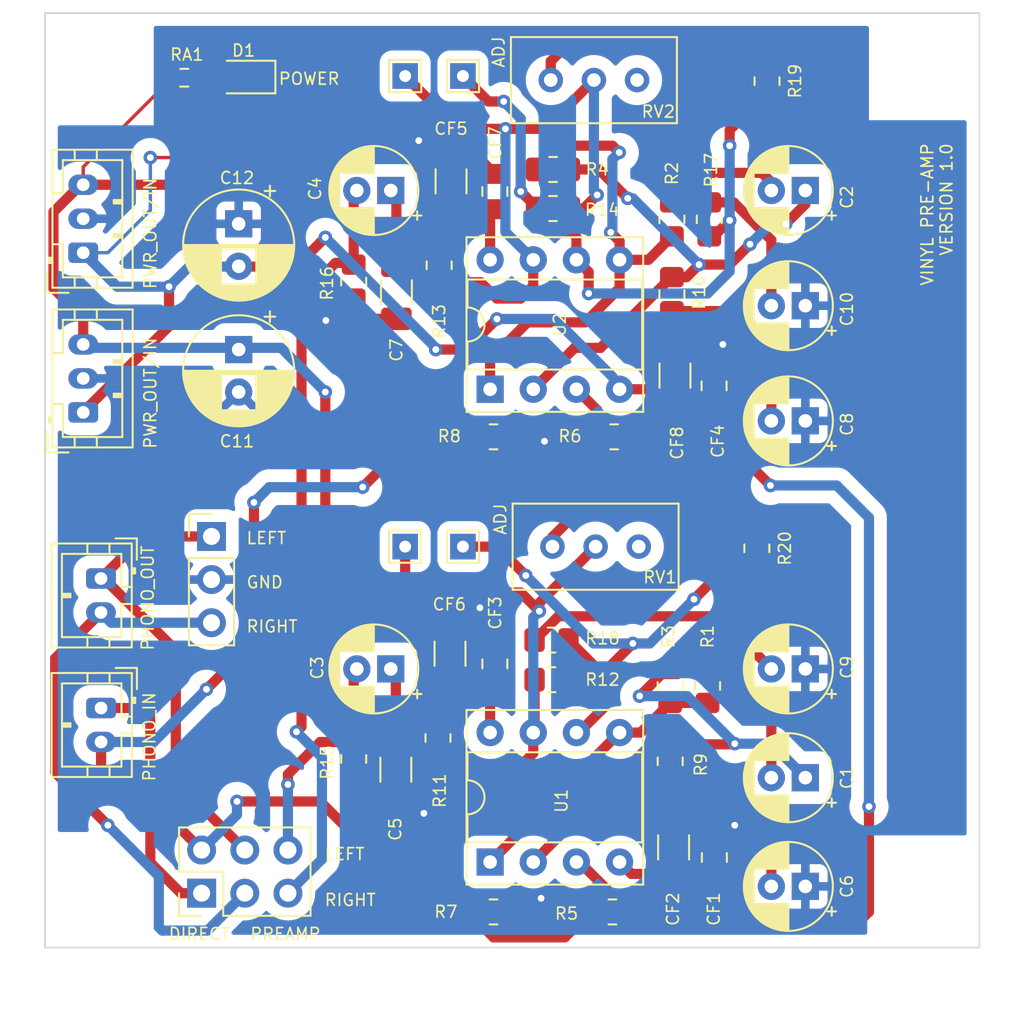
<source format=kicad_pcb>
(kicad_pcb (version 20211014) (generator pcbnew)
  (layers (0 "F.Cu" signal) (31 "B.Cu" signal) (34 "B.Paste" user) (35 "F.Paste" user) (36 "B.SilkS" user "B.Silkscreen") (37 "F.SilkS" user "F.Silkscreen") (38 "B.Mask" user) (39 "F.Mask" user) (44 "Edge.Cuts" user))
  (net 0 "")
  (net 1 "V-")
  (net 2 "V+")
  (net 3 "LEFTIN")
  (net 4 "RIGHTIN")
  (net 5 "Net-(C1-Pad2)")
  (net 6 "LEFTOUT")
  (net 7 "RIGHTOUT")
  (net 8 "Net-(C1-Pad1)")
  (net 9 "AGND")
  (net 10 "Net-(C3-Pad1)")
  (net 11 "Net-(R5-Pad2)")
  (net 12 "Net-(R11-Pad2)")
  (net 13 "Net-(D1-Pad2)")
  (net 14 "Net-(R1-Pad1)")
  (net 15 "Net-(R12-Pad2)")
  (net 17 "Net-(C2-Pad1)")
  (net 18 "Net-(C2-Pad2)")
  (net 19 "Net-(C4-Pad1)")
  (net 20 "Net-(C6-Pad2)")
  (net 21 "Net-(C8-Pad2)")
  (net 22 "Net-(C9-Pad2)")
  (net 23 "Net-(C10-Pad2)")
  (net 24 "Net-(R2-Pad1)")
  (net 25 "Net-(R6-Pad2)")
  (net 26 "Net-(R13-Pad2)")
  (net 27 "Net-(R14-Pad2)")
  (net 29 "LEFTAMP")
  (net 30 "RIGHTAMP")
  (net 31 "Net-(RV2-Pad3)")
  (net 32 "Net-(RV1-Pad3)")
  (footprint "Connector_JST:JST_PH_B3B-PH-K_1x03_P2.00mm_Vertical" (layer "F.Cu") (at 133.65 94.7 90)
    (fp_text reference "J1" hide)
    (fp_text value "Conn_01x03_Male")
  )
  (footprint "Resistor_SMD:R_0805_2012Metric_Pad1.20x1.40mm_HandSolder" (layer "F.Cu") (at 164.9 105.5375 180)
    (fp_text reference "R6")
    (fp_text value "2K2")
  )
  (footprint "Connector_JST:JST_PH_B2B-PH-K_1x02_P2.00mm_Vertical" (layer "F.Cu") (at 134.7 121.5 -90)
    (fp_text reference "J3" hide)
    (fp_text value "Conn_01x02_Male")
  )
  (footprint "MountingHole:MountingHole_3.2mm_M3" (layer "F.Cu") (at 183.9 133.1)
    (fp_text reference "H1" hide)
    (fp_text value "MountingHole")
  )
  (footprint "Resistor_SMD:R_0805_2012Metric_Pad1.20x1.40mm_HandSolder" (layer "F.Cu") (at 168.3 97.1375 90)
    (fp_text reference "R10")
    (fp_text value "4K7")
  )
  (footprint "Package_DIP:DIP-8_W7.62mm_Socket" (layer "F.Cu") (at 157.6 130.565124 90)
    (fp_text reference "U1")
    (fp_text value "OPA2134")
  )
  (footprint "Resistor_SMD:R_0805_2012Metric_Pad1.20x1.40mm_HandSolder" (layer "F.Cu") (at 154.6 95.4375 -90)
    (fp_text reference "R13")
    (fp_text value "750R")
  )
  (footprint "Capacitor_SMD:C_0805_2012Metric_Pad1.18x1.45mm_HandSolder" (layer "F.Cu") (at 157.877616 118.902624 -90)
    (fp_text reference "CF3")
    (fp_text value "0.1u")
  )
  (footprint "Resistor_SMD:R_0805_2012Metric_Pad1.20x1.40mm_HandSolder" (layer "F.Cu") (at 154.531414 123.265124 -90)
    (fp_text reference "R11")
    (fp_text value "750R")
  )
  (footprint "Capacitor_THT:CP_Radial_D5.0mm_P2.00mm" (layer "F.Cu") (at 151.755113 119.2 180)
    (fp_text reference "C3")
    (fp_text value "1U C0G")
  )
  (footprint "Resistor_SMD:R_0805_2012Metric_Pad1.20x1.40mm_HandSolder" (layer "F.Cu") (at 157.8 133.502624 180)
    (fp_text reference "R7")
    (fp_text value "47K")
  )
  (footprint "Resistor_SMD:R_0805_2012Metric_Pad1.20x1.40mm_HandSolder" (layer "F.Cu") (at 157.8 105.5375 180)
    (fp_text reference "R8")
    (fp_text value "47K")
  )
  (footprint "Connector_JST:JST_PH_B2B-PH-K_1x02_P2.00mm_Vertical" (layer "F.Cu") (at 134.695165 113.877039 -90)
    (fp_text reference "J6" hide)
    (fp_text value "Conn_01x02_Male")
  )
  (footprint "Resistor_SMD:R_0805_2012Metric_Pad1.20x1.40mm_HandSolder" (layer "F.Cu") (at 161.216424 119.832624)
    (fp_text reference "R12")
    (fp_text value "100K")
  )
  (footprint "Resistor_SMD:R_0603_1608Metric" (layer "F.Cu") (at 139.6 84.4 180)
    (fp_text reference "RA1")
    (fp_text value "5.1K")
  )
  (footprint "Capacitor_THT:CP_Radial_D6.3mm_P2.50mm" (layer "F.Cu") (at 142.8 93 -90)
    (fp_text reference "C12")
    (fp_text value "100U 16V")
  )
  (footprint "Capacitor_SMD:C_1206_3216Metric_Pad1.33x1.80mm_HandSolder" (layer "F.Cu") (at 152.085 97.03 90)
    (fp_text reference "C7")
    (fp_text value "0.1U C0G")
  )
  (footprint "Package_DIP:DIP-8_W7.62mm_Socket" (layer "F.Cu") (at 157.6 102.7375 90)
    (fp_text reference "U2")
    (fp_text value "OPA2134")
  )
  (footprint "MountingHole:MountingHole_3.2mm_M3" (layer "F.Cu") (at 133.9 133.1)
    (fp_text reference "H3" hide)
    (fp_text value "MountingHole")
  )
  (footprint "Resistor_SMD:R_0805_2012Metric_Pad1.20x1.40mm_HandSolder" (layer "F.Cu") (at 149.57 124.5 90)
    (fp_text reference "R15")
    (fp_text value "100K")
  )
  (footprint "TestPoint:TestPoint_THTPad_1.5x1.5mm_Drill0.7mm" (layer "F.Cu") (at 152.6 112)
    (fp_text reference "TP1" hide)
    (fp_text value "TestPoint")
  )
  (footprint "TestPoint:TestPoint_THTPad_1.5x1.5mm_Drill0.7mm" (layer "F.Cu") (at 156 112)
    (fp_text reference "TP4" hide)
    (fp_text value "TestPoint")
  )
  (footprint "Capacitor_SMD:C_1206_3216Metric_Pad1.33x1.80mm_HandSolder" (layer "F.Cu") (at 168.4 129.702624 -90)
    (fp_text reference "CF2")
    (fp_text value "10u")
  )
  (footprint "Resistor_SMD:R_0805_2012Metric_Pad1.20x1.40mm_HandSolder" (layer "F.Cu") (at 173.3 112.1 -90)
    (fp_text reference "R20")
    (fp_text value "2.7K")
  )
  (footprint "Resistor_SMD:R_0805_2012Metric_Pad1.20x1.40mm_HandSolder" (layer "F.Cu") (at 170.4 120.2 90)
    (fp_text reference "R1")
    (fp_text value "4K7")
  )
  (footprint "MountingHole:MountingHole_3.2mm_M3" (layer "F.Cu") (at 183.9 83.1)
    (fp_text reference "H4" hide)
    (fp_text value "MountingHole")
  )
  (footprint "Capacitor_SMD:C_0805_2012Metric_Pad1.18x1.45mm_HandSolder" (layer "F.Cu") (at 170.78151 102.5375 -90)
    (fp_text reference "CF4")
    (fp_text value "0.1u")
  )
  (footprint "Resistor_SMD:R_0805_2012Metric_Pad1.20x1.40mm_HandSolder" (layer "F.Cu") (at 164.8 133.502624)
    (fp_text reference "R5")
    (fp_text value "2K2")
  )
  (footprint "Resistor_SMD:R_0805_2012Metric_Pad1.20x1.40mm_HandSolder" (layer "F.Cu") (at 170.5 92.7375 -90)
    (fp_text reference "R17")
    (fp_text value "2K7")
  )
  (footprint "LED_SMD:LED_0805_2012Metric_Pad1.15x1.40mm_HandSolder" (layer "F.Cu") (at 143.1 84.36 180)
    (fp_text reference "D1")
    (fp_text value "YELLOW")
  )
  (footprint "Capacitor_SMD:C_1206_3216Metric_Pad1.33x1.80mm_HandSolder" (layer "F.Cu") (at 155.238808 118.302624 -90)
    (fp_text reference "CF6")
    (fp_text value "10u")
  )
  (footprint "Capacitor_SMD:C_0805_2012Metric_Pad1.18x1.45mm_HandSolder" (layer "F.Cu") (at 157.877616 91.1 -90)
    (fp_text reference "CF7")
    (fp_text value "0.1u")
  )
  (footprint "Capacitor_THT:CP_Radial_D5.0mm_P2.00mm" (layer "F.Cu") (at 151.755113 91.0375 180)
    (fp_text reference "C4")
    (fp_text value "1U C0G")
  )
  (footprint "Resistor_SMD:R_0805_2012Metric_Pad1.20x1.40mm_HandSolder" (layer "F.Cu") (at 168.3 92.7375 90)
    (fp_text reference "R2")
    (fp_text value "4K7")
  )
  (footprint "Connector_PinHeader_2.54mm:PinHeader_2x03_P2.54mm_Vertical" (layer "F.Cu") (at 140.62 132.4 90)
    (fp_text reference "J4" hide)
    (fp_text value "Conn_02x03_Odd_Even")
  )
  (footprint "Capacitor_THT:CP_Radial_D5.0mm_P2.00mm" (layer "F.Cu") (at 176.155113 91.0375 180)
    (fp_text reference "C2")
    (fp_text value "22U C0G")
  )
  (footprint "Capacitor_SMD:C_1206_3216Metric_Pad1.33x1.80mm_HandSolder" (layer "F.Cu") (at 152.050707 125.13 90)
    (fp_text reference "C5")
    (fp_text value "0.1U C0G")
  )
  (footprint "Connector_PinHeader_2.54mm:PinHeader_1x03_P2.54mm_Vertical" (layer "F.Cu") (at 141.2 111.4)
    (fp_text reference "J5" hide)
    (fp_text value "Conn_01x03_Male")
  )
  (footprint "TestPoint:TestPoint_THTPad_1.5x1.5mm_Drill0.7mm" (layer "F.Cu") (at 156 84.3)
    (fp_text reference "TP3" hide)
    (fp_text value "TestPoint")
  )
  (footprint "MountingHole:MountingHole_3.2mm_M3" (layer "F.Cu") (at 133.9 83.1)
    (fp_text reference "H2" hide)
    (fp_text value "MountingHole")
  )
  (footprint "Potentiometer_THT:Potentiometer_Bourns_3296W_Vertical" (layer "F.Cu") (at 166.25 84.5375)
    (fp_text reference "RV2")
    (fp_text value "50K")
  )
  (footprint "Capacitor_SMD:C_1206_3216Metric_Pad1.33x1.80mm_HandSolder" (layer "F.Cu") (at 155.3 90.5 -90)
    (fp_text reference "CF5")
    (fp_text value "10u")
  )
  (footprint "Resistor_SMD:R_0805_2012Metric_Pad1.20x1.40mm_HandSolder" (layer "F.Cu") (at 173.9 84.6 -90)
    (fp_text reference "R19")
    (fp_text value "2.7K")
  )
  (footprint "Resistor_SMD:R_0805_2012Metric_Pad1.20x1.40mm_HandSolder" (layer "F.Cu") (at 161.3 92.1 180)
    (fp_text reference "R14")
    (fp_text value "100K")
  )
  (footprint "Capacitor_THT:CP_Radial_D5.0mm_P2.00mm" (layer "F.Cu") (at 176.155113 119.2 180)
    (fp_text reference "C9")
    (fp_text value "22U C0G")
  )
  (footprint "Capacitor_THT:CP_Radial_D5.0mm_P2.00mm" (layer "F.Cu") (at 176.155113 132 180)
    (fp_text reference "C6")
    (fp_text value "22U")
  )
  (footprint "Resistor_SMD:R_0805_2012Metric_Pad1.20x1.40mm_HandSolder" (layer "F.Cu") (at 149.57 96.4 90)
    (fp_text reference "R16")
    (fp_text value "100K")
  )
  (footprint "Capacitor_SMD:C_0805_2012Metric_Pad1.18x1.45mm_HandSolder" (layer "F.Cu") (at 170.8 130.3 -90)
    (fp_text reference "CF1")
    (fp_text value "0.1u")
  )
  (footprint "Capacitor_THT:CP_Radial_D5.0mm_P2.00mm" (layer "F.Cu") (at 176.155113 125.6 180)
    (fp_text reference "C1")
    (fp_text value "22U C0G")
  )
  (footprint "TestPoint:TestPoint_THTPad_1.5x1.5mm_Drill0.7mm" (layer "F.Cu") (at 152.6 84.3)
    (fp_text reference "TP2" hide)
    (fp_text value "TestPoint")
  )
  (footprint "Resistor_SMD:R_0805_2012Metric_Pad1.20x1.40mm_HandSolder" (layer "F.Cu") (at 161.216424 117.5)
    (fp_text reference "R18")
    (fp_text value "2K7")
  )
  (footprint "Resistor_SMD:R_0805_2012Metric_Pad1.20x1.40mm_HandSolder" (layer "F.Cu") (at 161.3 89.8 180)
    (fp_text reference "R4")
    (fp_text value "180K")
  )
  (footprint "Capacitor_THT:CP_Radial_D5.0mm_P2.00mm" (layer "F.Cu") (at 176.155113 104.6 180)
    (fp_text reference "C8")
    (fp_text value "22U")
  )
  (footprint "Capacitor_THT:CP_Radial_D5.0mm_P2.00mm" (layer "F.Cu") (at 176.155113 97.81875 180)
    (fp_text reference "C10")
    (fp_text value "22U C0G")
  )
  (footprint "Potentiometer_THT:Potentiometer_Bourns_3296W_Vertical" (layer "F.Cu") (at 166.35 112)
    (fp_text reference "RV1")
    (fp_text value "50K")
  )
  (footprint "Capacitor_THT:CP_Radial_D6.3mm_P2.50mm" (layer "F.Cu") (at 142.8 100.4 -90)
    (fp_text reference "C11")
    (fp_text value "100U 16V")
  )
  (footprint "Capacitor_SMD:C_1206_3216Metric_Pad1.33x1.80mm_HandSolder" (layer "F.Cu") (at 168.48151 101.9375 -90)
    (fp_text reference "CF8")
    (fp_text value "10u")
  )
  (footprint "Resistor_SMD:R_0805_2012Metric_Pad1.20x1.40mm_HandSolder" (layer "F.Cu") (at 168.2 120.202624 -90)
    (fp_text reference "R3")
    (fp_text value "180K")
  )
  (footprint "Connector_JST:JST_PH_B3B-PH-K_1x03_P2.00mm_Vertical" (layer "F.Cu") (at 133.65 104.1 90)
    (fp_text reference "J2" hide)
    (fp_text value "Conn_01x03_Male")
  )
  (footprint "Resistor_SMD:R_0805_2012Metric_Pad1.20x1.40mm_HandSolder" (layer "F.Cu") (at 168.2 124.637624 90)
    (fp_text reference "R9")
    (fp_text value "4K7")
  )
  (gr_line (start 186.4 135.6) (end 186.4 80.6) (layer "Edge.Cuts") (width 0.1))
  (gr_line (start 186.4 80.6) (end 131.4 80.6) (layer "Edge.Cuts") (width 0.1))
  (gr_line (start 131.4 80.6) (end 131.4 135.6) (layer "Edge.Cuts") (width 0.1))
  (gr_line (start 131.4 135.6) (end 186.4 135.6) (layer "Edge.Cuts") (width 0.1))
  (gr_text "PHONO_IN" (at 137.545165 125.877039 90) (layer "F.SilkS") (effects (font (size 0.7 0.7) (thickness 0.1)) (justify left)))
  (gr_text "GND\n" (at 143.2 114.1) (layer "F.SilkS") (effects (font (size 0.7 0.7) (thickness 0.1)) (justify left)))
  (gr_text "LEFT" (at 147.8 130.1) (layer "F.SilkS") (effects (font (size 0.7 0.7) (thickness 0.1)) (justify left)))
  (gr_text "PHONO_OUT" (at 137.445165 118.177039 90) (layer "F.SilkS") (effects (font (size 0.7 0.7) (thickness 0.1)) (justify left)))
  (gr_text "DIRECT" (at 138.62 134.8) (layer "F.SilkS") (effects (font (size 0.7 0.7) (thickness 0.1)) (justify left)))
  (gr_text "PWR_OUT/IN" (at 137.6 106.3 90) (layer "F.SilkS") (effects (font (size 0.7 0.7) (thickness 0.1)) (justify left)))
  (gr_text "VINYL PRE-AMP\nVERSION 1.0" (at 183.9 88.2 90) (layer "F.SilkS") (effects (font (size 0.7 0.7) (thickness 0.1)) (justify right)))
  (gr_text "POWER" (at 145.1 84.46) (layer "F.SilkS") (effects (font (size 0.7 0.7) (thickness 0.1)) (justify left)))
  (gr_text "PWR_OUT/IN" (at 137.6 96.9 90) (layer "F.SilkS") (effects (font (size 0.7 0.7) (thickness 0.1)) (justify left)))
  (gr_text "ADJ" (at 158.2 109.4 90) (layer "F.SilkS") (effects (font (size 0.7 0.7) (thickness 0.1)) (justify right)))
  (gr_text "PREAMP" (at 143.42 134.8) (layer "F.SilkS") (effects (font (size 0.7 0.7) (thickness 0.1)) (justify left)))
  (gr_text "ADJ" (at 158.1 81.9 90) (layer "F.SilkS") (effects (font (size 0.7 0.7) (thickness 0.1)) (justify right)))
  (gr_text "RIGHT" (at 143.2 116.7) (layer "F.SilkS") (effects (font (size 0.7 0.7) (thickness 0.1)) (justify left)))
  (gr_text "RIGHT" (at 147.8 132.8) (layer "F.SilkS") (effects (font (size 0.7 0.7) (thickness 0.1)) (justify left)))
  (gr_text "LEFT" (at 143.2 111.5) (layer "F.SilkS") (effects (font (size 0.7 0.7) (thickness 0.1)) (justify left)))
  (segment (start 168.4 131.265124) (end 165.92 131.265124) (width 0.6) (layer "F.Cu") (net 1))
  (segment (start 165.92 131.265124) (end 165.22 130.565124) (width 0.6) (layer "F.Cu") (net 1))
  (segment (start 139.385 89.1) (end 137.6 89.1) (width 0.2) (layer "F.Cu") (net 1))
  (segment (start 146.182379 95.517621) (end 147.9 93.8) (width 0.6) (layer "F.Cu") (net 1))
  (segment (start 142.8 95.517621) (end 146.182379 95.517621) (width 0.6) (layer "F.Cu") (net 1))
  (segment (start 170.78151 105.08151) (end 170.78151 103.575) (width 0.6) (layer "F.Cu") (net 1))
  (segment (start 174.1 108.4) (end 170.78151 105.08151) (width 0.6) (layer "F.Cu") (net 1))
  (segment (start 179.1 134.3) (end 179.3 134.1) (width 0.6) (layer "F.Cu") (net 1))
  (segment (start 167.71901 102.7375) (end 168.48151 103.5) (width 0.6) (layer "F.Cu") (net 1))
  (segment (start 170.78151 103.575) (end 168.55651 103.575) (width 0.6) (layer "F.Cu") (net 1))
  (segment (start 165.22 102.7375) (end 167.71901 102.7375) (width 0.6) (layer "F.Cu") (net 1))
  (segment (start 154.4 100.4) (end 156.2 100.4) (width 0.6) (layer "F.Cu") (net 1))
  (segment (start 138.7 99.027914) (end 138.7 96.7) (width 0.6) (layer "F.Cu") (net 1))
  (segment (start 173.1 134.3) (end 179.1 134.3) (width 0.6) (layer "F.Cu") (net 1))
  (segment (start 170.8 131.3375) (end 168.472376 131.3375) (width 0.6) (layer "F.Cu") (net 1))
  (segment (start 179.9 133.5) (end 179.9 127.3) (width 0.6) (layer "F.Cu") (net 1))
  (segment (start 170.8 132) (end 173.1 134.3) (width 0.6) (layer "F.Cu") (net 1))
  (segment (start 179.3 134.1) (end 179.9 133.5) (width 0.6) (layer "F.Cu") (net 1))
  (segment (start 170.8 131.3375) (end 170.8 132) (width 0.6) (layer "F.Cu") (net 1))
  (segment (start 144.125 84.36) (end 139.385 89.1) (width 0.2) (layer "F.Cu") (net 1))
  (segment (start 133.65 104.077914) (end 138.7 99.027914) (width 0.6) (layer "F.Cu") (net 1))
  (segment (start 156.2 100.4) (end 158 98.6) (width 0.6) (layer "F.Cu") (net 1))
  (via (at 138.7 96.7) (size 0.8) (drill 0.4) (layers "F.Cu" "B.Cu") (net 1))
  (via (at 174.1 108.4) (size 0.8) (drill 0.4) (layers "F.Cu" "B.Cu") (net 1))
  (via (at 154.4 100.4) (size 0.8) (drill 0.4) (layers "F.Cu" "B.Cu") (net 1))
  (via (at 137.6 89.1) (size 0.8) (drill 0.4) (layers "F.Cu" "B.Cu") (net 1))
  (via (at 179.9 127.3) (size 0.8) (drill 0.4) (layers "F.Cu" "B.Cu") (net 1))
  (via (at 158 98.6) (size 0.8) (drill 0.4) (layers "F.Cu" "B.Cu") (net 1))
  (via (at 147.9 93.8) (size 0.8) (drill 0.4) (layers "F.Cu" "B.Cu") (net 1))
  (segment (start 133.65 94.7) (end 135.1 94.7) (width 0.2) (layer "B.Cu") (net 1))
  (segment (start 158 98.6) (end 161.4 98.6) (width 0.6) (layer "B.Cu") (net 1))
  (segment (start 135.65 96.7) (end 138.7 96.7) (width 0.6) (layer "B.Cu") (net 1))
  (segment (start 178 108.4) (end 174.1 108.4) (width 0.6) (layer "B.Cu") (net 1))
  (segment (start 142.8 95.517621) (end 139.882379 95.517621) (width 0.6) (layer "B.Cu") (net 1))
  (segment (start 135.1 94.7) (end 137.6 92.2) (width 0.2) (layer "B.Cu") (net 1))
  (segment (start 133.65 94.7) (end 135.65 96.7) (width 0.6) (layer "B.Cu") (net 1))
  (segment (start 137.6 92.2) (end 137.6 89.1) (width 0.2) (layer "B.Cu") (net 1))
  (segment (start 139.882379 95.517621) (end 138.7 96.7) (width 0.6) (layer "B.Cu") (net 1))
  (segment (start 179.9 110.3) (end 178 108.4) (width 0.6) (layer "B.Cu") (net 1))
  (segment (start 154.4 100.3) (end 154.4 100.4) (width 0.6) (layer "B.Cu") (net 1))
  (segment (start 147.9 93.8) (end 154.4 100.3) (width 0.6) (layer "B.Cu") (net 1))
  (segment (start 179.9 127.3) (end 179.9 110.3) (width 0.6) (layer "B.Cu") (net 1))
  (segment (start 161.4 98.6) (end 164.8 102) (width 0.6) (layer "B.Cu") (net 1))
  (segment (start 131.9 96.8) (end 131.9 92.3) (width 0.6) (layer "F.Cu") (net 2))
  (segment (start 141 88.4) (end 138.7 90.7) (width 0.6) (layer "F.Cu") (net 2))
  (segment (start 133.65 89.65) (end 133.65 90.7) (width 0.2) (layer "F.Cu") (net 2))
  (segment (start 157.6 122.945124) (end 157.6 120.21774) (width 0.6) (layer "F.Cu") (net 2))
  (segment (start 148.7 113.1) (end 148.6 113.1) (width 0.6) (layer "F.Cu") (net 2))
  (segment (start 131.9 92.3) (end 133.5 90.7) (width 0.6) (layer "F.Cu") (net 2))
  (segment (start 133.65 98.55) (end 131.9 96.8) (width 0.6) (layer "F.Cu") (net 2))
  (segment (start 148.6 113.1) (end 147.9 112.4) (width 0.6) (layer "F.Cu") (net 2))
  (segment (start 138.775 84.525) (end 133.65 89.65) (width 0.2) (layer "F.Cu") (net 2))
  (segment (start 157.6 95.1175) (end 157.6 92.415116) (width 0.6) (layer "F.Cu") (net 2))
  (segment (start 152.1 88.4) (end 141 88.4) (width 0.6) (layer "F.Cu") (net 2))
  (segment (start 157.877616 119.940124) (end 155.313808 119.940124) (width 0.6) (layer "F.Cu") (net 2))
  (segment (start 155.3 92.0625) (end 155.3 91.6) (width 0.6) (layer "F.Cu") (net 2))
  (segment (start 155.238808 119.638808) (end 148.7 113.1) (width 0.6) (layer "F.Cu") (net 2))
  (segment (start 147.9 112.4) (end 147.9 102.9) (width 0.6) (layer "F.Cu") (net 2))
  (segment (start 138.7 90.7) (end 133.65 90.7) (width 0.6) (layer "F.Cu") (net 2))
  (segment (start 157.877616 92.1375) (end 155.375 92.1375) (width 0.6) (layer "F.Cu") (net 2))
  (segment (start 133.65 100.1) (end 133.65 98.55) (width 0.6) (layer "F.Cu") (net 2))
  (segment (start 155.3 91.6) (end 152.1 88.4) (width 0.6) (layer "F.Cu") (net 2))
  (via (at 147.9 102.9) (size 0.8) (drill 0.4) (layers "F.Cu" "B.Cu") (net 2))
  (segment (start 142.8 100.3) (end 133.85 100.3) (width 0.6) (layer "B.Cu") (net 2))
  (segment (start 145.3 100.3) (end 142.8 100.3) (width 0.6) (layer "B.Cu") (net 2))
  (segment (start 147.9 102.9) (end 145.3 100.3) (width 0.6) (layer "B.Cu") (net 2))
  (segment (start 156.8 133.502624) (end 154.102624 133.502624) (width 0.6) (layer "F.Cu") (net 3))
  (segment (start 147.6 127) (end 142.7 127) (width 0.6) (layer "F.Cu") (net 3))
  (segment (start 140.62 129.86) (end 137.6 126.84) (width 0.6) (layer "F.Cu") (net 3))
  (segment (start 163.497376 133.502624) (end 163.8 133.502624) (width 0.6) (layer "F.Cu") (net 3))
  (segment (start 156.8 134) (end 157.8 135) (width 0.6) (layer "F.Cu") (net 3))
  (segment (start 137.6 126.84) (end 137.6 122.1) (width 0.6) (layer "F.Cu") (net 3))
  (segment (start 162 135) (end 163.497376 133.502624) (width 0.6) (layer "F.Cu") (net 3))
  (segment (start 156.8 133.502624) (end 156.8 134) (width 0.6) (layer "F.Cu") (net 3))
  (segment (start 157.8 135) (end 162 135) (width 0.6) (layer "F.Cu") (net 3))
  (segment (start 137.6 122.1) (end 137 121.5) (width 0.6) (layer "F.Cu") (net 3))
  (segment (start 154.102624 133.502624) (end 147.6 127) (width 0.6) (layer "F.Cu") (net 3))
  (segment (start 137 121.5) (end 134.7 121.5) (width 0.6) (layer "F.Cu") (net 3))
  (via (at 142.7 127) (size 0.8) (drill 0.4) (layers "F.Cu" "B.Cu") (net 3))
  (segment (start 142.7 127.78) (end 142.7 127) (width 0.6) (layer "B.Cu") (net 3))
  (segment (start 140.62 129.86) (end 142.7 127.78) (width 0.6) (layer "B.Cu") (net 3))
  (segment (start 137.6 130.6) (end 137.6 128.2) (width 0.6) (layer "F.Cu") (net 4))
  (segment (start 140.9 120.4) (end 143.7 117.6) (width 0.6) (layer "F.Cu") (net 4))
  (segment (start 158.5 107.1) (end 164.3 107.1) (width 0.6) (layer "F.Cu") (net 4))
  (segment (start 150.1 108.5) (end 153.0625 105.5375) (width 0.6) (layer "F.Cu") (net 4))
  (segment (start 137.6 128.2) (end 134.7 125.3) (width 0.6) (layer "F.Cu") (net 4))
  (segment (start 139.4 132.4) (end 137.6 130.6) (width 0.6) (layer "F.Cu") (net 4))
  (segment (start 134.7 125.3) (end 134.7 123.5) (width 0.6) (layer "F.Cu") (net 4))
  (segment (start 164.3 107.1) (end 165.8625 105.5375) (width 0.6) (layer "F.Cu") (net 4))
  (segment (start 153.0625 105.5375) (end 156.8 105.5375) (width 0.6) (layer "F.Cu") (net 4))
  (segment (start 143.7 117.6) (end 143.7 109.4) (width 0.6) (layer "F.Cu") (net 4))
  (segment (start 140.62 132.4) (end 139.4 132.4) (width 0.6) (layer "F.Cu") (net 4))
  (segment (start 156.9375 105.5375) (end 158.5 107.1) (width 0.6) (layer "F.Cu") (net 4))
  (via (at 140.9 120.4) (size 0.8) (drill 0.4) (layers "F.Cu" "B.Cu") (net 4))
  (via (at 143.7 109.4) (size 0.8) (drill 0.4) (layers "F.Cu" "B.Cu") (net 4))
  (via (at 150.1 108.5) (size 0.8) (drill 0.4) (layers "F.Cu" "B.Cu") (net 4))
  (segment (start 150.1 108.5) (end 144.6 108.5) (width 0.6) (layer "B.Cu") (net 4))
  (segment (start 144.6 108.5) (end 143.7 109.4) (width 0.6) (layer "B.Cu") (net 4))
  (segment (start 137.8 123.5) (end 140.9 120.4) (width 0.6) (layer "B.Cu") (net 4))
  (segment (start 134.7 123.5) (end 137.8 123.5) (width 0.6) (layer "B.Cu") (net 4))
  (segment (start 170.4 119.2) (end 171.6 119.2) (width 0.6) (layer "F.Cu") (net 5))
  (segment (start 171.6 119.2) (end 174.155113 121.755113) (width 0.6) (layer "F.Cu") (net 5))
  (segment (start 174.155113 121.755113) (end 174.155113 125.6) (width 0.6) (layer "F.Cu") (net 5))
  (segment (start 141.2 111.4) (end 137.172204 111.4) (width 0.6) (layer "F.Cu") (net 6))
  (segment (start 139.1 125.8) (end 139.1 118.1) (width 0.6) (layer "F.Cu") (net 6))
  (segment (start 143.16 129.86) (end 139.1 125.8) (width 0.6) (layer "F.Cu") (net 6))
  (segment (start 139.1 118.1) (end 134.877039 113.877039) (width 0.6) (layer "F.Cu") (net 6))
  (segment (start 137.172204 111.4) (end 134.695165 113.877039) (width 0.6) (layer "F.Cu") (net 6))
  (segment (start 132 118.572204) (end 132 125.3) (width 0.6) (layer "F.Cu") (net 7))
  (segment (start 134.695165 115.877039) (end 132 118.572204) (width 0.6) (layer "F.Cu") (net 7))
  (segment (start 132 125.3) (end 135.1 128.4) (width 0.6) (layer "F.Cu") (net 7))
  (via (at 135.1 128.4) (size 0.8) (drill 0.4) (layers "F.Cu" "B.Cu") (net 7))
  (segment (start 140.96 134.6) (end 138.3 134.6) (width 0.6) (layer "B.Cu") (net 7))
  (segment (start 138.1 131.4) (end 135.1 128.4) (width 0.6) (layer "B.Cu") (net 7))
  (segment (start 138.1 134.4) (end 138.1 131.4) (width 0.6) (layer "B.Cu") (net 7))
  (segment (start 143.16 132.4) (end 140.96 134.6) (width 0.6) (layer "B.Cu") (net 7))
  (segment (start 135.298126 116.48) (end 134.695165 115.877039) (width 0.6) (layer "B.Cu") (net 7))
  (segment (start 138.3 134.6) (end 138.1 134.4) (width 0.6) (layer "B.Cu") (net 7))
  (segment (start 141.2 116.48) (end 135.298126 116.48) (width 0.6) (layer "B.Cu") (net 7))
  (segment (start 167.997376 119.202624) (end 166.4 120.8) (width 0.6) (layer "F.Cu") (net 8))
  (segment (start 171.962376 123.637624) (end 172 123.6) (width 0.6) (layer "F.Cu") (net 8))
  (segment (start 167.0675 123.637624) (end 168.2 123.637624) (width 0.6) (layer "F.Cu") (net 8))
  (segment (start 160.14 130.565124) (end 167.0675 123.637624) (width 0.6) (layer "F.Cu") (net 8))
  (segment (start 168.2 123.637624) (end 171.962376 123.637624) (width 0.6) (layer "F.Cu") (net 8))
  (via (at 172 123.6) (size 0.8) (drill 0.4) (layers "F.Cu" "B.Cu") (net 8))
  (via (at 166.4 120.8) (size 0.8) (drill 0.4) (layers "F.Cu" "B.Cu") (net 8))
  (segment (start 174.155113 123.6) (end 176.155113 125.6) (width 0.6) (layer "B.Cu") (net 8))
  (segment (start 172 123.6) (end 174.155113 123.6) (width 0.6) (layer "B.Cu") (net 8))
  (segment (start 166.4 120.8) (end 169.2 120.8) (width 0.6) (layer "B.Cu") (net 8))
  (segment (start 169.2 120.8) (end 172 123.6) (width 0.6) (layer "B.Cu") (net 8))
  (segment (start 170.78151 100.61849) (end 171.3 100.1) (width 0.6) (layer "F.Cu") (net 9))
  (segment (start 158.8 105.5375) (end 160.5375 105.5375) (width 0.6) (layer "F.Cu") (net 9))
  (segment (start 149.220824 97.4) (end 147.93144 98.689384) (width 0.6) (layer "F.Cu") (net 9))
  (segment (start 152.085 98.5925) (end 150.7625 98.5925) (width 0.6) (layer "F.Cu") (net 9))
  (segment (start 152.050707 126.6925) (end 152.6925 126.6925) (width 0.6) (layer "F.Cu") (net 9))
  (segment (start 156.2 116.4) (end 157 115.6) (width 0.6) (layer "F.Cu") (net 9))
  (segment (start 171.1375 129.2625) (end 172 128.4) (width 0.6) (layer "F.Cu") (net 9))
  (segment (start 152.050707 126.6925) (end 150.7625 126.6925) (width 0.6) (layer "F.Cu") (net 9))
  (segment (start 158.8 133.502624) (end 159.797376 133.502624) (width 0.6) (layer "F.Cu") (net 9))
  (segment (start 157.877616 117.865124) (end 156.363808 117.865124) (width 0.6) (layer "F.Cu") (net 9))
  (segment (start 170.78151 101.5) (end 170.78151 100.61849) (width 0.6) (layer "F.Cu") (net 9))
  (segment (start 160.5375 105.5375) (end 160.8 105.8) (width 0.6) (layer "F.Cu") (net 9))
  (segment (start 169.60651 101.5) (end 168.48151 100.375) (width 0.6) (layer "F.Cu") (net 9))
  (segment (start 155.578932 116.4) (end 156.2 116.4) (width 0.6) (layer "F.Cu") (net 9))
  (segment (start 150.7625 126.6925) (end 149.57 125.5) (width 0.6) (layer "F.Cu") (net 9))
  (segment (start 155.5 88.9375) (end 154.2375 88.9375) (width 0.6) (layer "F.Cu") (net 9))
  (segment (start 156.363808 117.865124) (end 155.238808 116.740124) (width 0.6) (layer "F.Cu") (net 9))
  (segment (start 168.4 128.140124) (end 169.677624 128.140124) (width 0.6) (layer "F.Cu") (net 9))
  (segment (start 152.6925 126.6925) (end 153.7 127.7) (width 0.6) (layer "F.Cu") (net 9))
  (segment (start 155.5 88.9375) (end 156.752616 88.9375) (width 0.6) (layer "F.Cu") (net 9))
  (segment (start 170.78151 101.5) (end 169.60651 101.5) (width 0.6) (layer "F.Cu") (net 9))
  (segment (start 159.797376 133.502624) (end 160.6 132.7) (width 0.6) (layer "F.Cu") (net 9))
  (segment (start 156.752616 88.9375) (end 157.877616 90.0625) (width 0.6) (layer "F.Cu") (net 9))
  (segment (start 169.677624 128.140124) (end 170.8 129.2625) (width 0.6) (layer "F.Cu") (net 9))
  (segment (start 150.7625 98.5925) (end 149.57 97.4) (width 0.6) (layer "F.Cu") (net 9))
  (segment (start 154.2375 88.9375) (end 153.4 88.1) (width 0.6) (layer "F.Cu") (net 9))
  (via (at 171.3 100.1) (size 0.8) (drill 0.4) (layers "F.Cu" "B.Cu") (net 9))
  (via (at 153.7 127.7) (size 0.8) (drill 0.4) (layers "F.Cu" "B.Cu") (net 9))
  (via (at 172 128.4) (size 0.8) (drill 0.4) (layers "F.Cu" "B.Cu") (net 9))
  (via (at 160.6 132.7) (size 0.8) (drill 0.4) (layers "F.Cu" "B.Cu") (net 9))
  (via (at 160.8 105.8) (size 0.8) (drill 0.4) (layers "F.Cu" "B.Cu") (net 9))
  (via (at 147.93144 98.689384) (size 0.8) (drill 0.4) (layers "F.Cu" "B.Cu") (net 9))
  (via (at 153.4 88.1) (size 0.8) (drill 0.4) (layers "F.Cu" "B.Cu") (net 9))
  (via (at 157 115.6) (size 0.8) (drill 0.4) (layers "F.Cu" "B.Cu") (net 9))
  (segment (start 152.050707 123.5675) (end 152.050707 119.495594) (width 0.6) (layer "F.Cu") (net 10))
  (segment (start 154.531414 122.265124) (end 153.353083 122.265124) (width 0.6) (layer "F.Cu") (net 10))
  (segment (start 153.353083 122.265124) (end 152.050707 123.5675) (width 0.6) (layer "F.Cu") (net 10))
  (segment (start 165.8 133.502624) (end 162.8625 130.565124) (width 0.6) (layer "F.Cu") (net 11))
  (segment (start 159.3 125) (end 155.26629 125) (width 0.6) (layer "F.Cu") (net 12))
  (segment (start 160.5 115.31) (end 163.81 112) (width 0.6) (layer "F.Cu") (net 12))
  (segment (start 152.6 114) (end 152.6 112) (width 0.6) (layer "F.Cu") (net 12))
  (segment (start 160.14 124.16) (end 159.3 125) (width 0.6) (layer "F.Cu") (net 12))
  (segment (start 159.4 114.7) (end 153.3 114.7) (width 0.6) (layer "F.Cu") (net 12))
  (segment (start 155.26629 125) (end 154.531414 124.265124) (width 0.6) (layer "F.Cu") (net 12))
  (segment (start 160.5 115.8) (end 160.5 115.31) (width 0.6) (layer "F.Cu") (net 12))
  (segment (start 160.14 122.945124) (end 160.14 124.16) (width 0.6) (layer "F.Cu") (net 12))
  (segment (start 153.3 114.7) (end 152.6 114) (width 0.6) (layer "F.Cu") (net 12))
  (segment (start 160.216424 119.832624) (end 160.216424 122.8687) (width 0.6) (layer "F.Cu") (net 12))
  (segment (start 160.5 115.8) (end 159.4 114.7) (width 0.6) (layer "F.Cu") (net 12))
  (via (at 160.5 115.8) (size 0.8) (drill 0.4) (layers "F.Cu" "B.Cu") (net 12))
  (segment (start 160.14 116.16) (end 160.5 115.8) (width 0.6) (layer "B.Cu") (net 12))
  (segment (start 160.14 116.16) (end 160.14 122.945124) (width 0.6) (layer "B.Cu") (net 12))
  (segment (start 140.425 84.4) (end 141.8825 84.4) (width 0.25) (layer "F.Cu") (net 13))
  (segment (start 166.4575 122.945124) (end 168.2 121.202624) (width 0.6) (layer "F.Cu") (net 14))
  (segment (start 170.4 121.2) (end 168.202624 121.2) (width 0.6) (layer "F.Cu") (net 14))
  (segment (start 165.22 122.945124) (end 166.4575 122.945124) (width 0.6) (layer "F.Cu") (net 14))
  (segment (start 157.6 130.565124) (end 165.22 122.945124) (width 0.6) (layer "F.Cu") (net 14))
  (segment (start 171.6 113.1) (end 173.3 113.1) (width 0.6) (layer "F.Cu") (net 15))
  (segment (start 162.826962 122.945124) (end 164.3 121.472086) (width 0.6) (layer "F.Cu") (net 15))
  (segment (start 169.6 115.1) (end 171.6 113.1) (width 0.6) (layer "F.Cu") (net 15))
  (segment (start 156 112) (end 158 112) (width 0.6) (layer "F.Cu") (net 15))
  (segment (start 164.3 119.583576) (end 162.216424 117.5) (width 0.6) (layer "F.Cu") (net 15))
  (segment (start 164.3 119.583576) (end 164.3 119.4) (width 0.6) (layer "F.Cu") (net 15))
  (segment (start 164.3 119.4) (end 166 117.7) (width 0.6) (layer "F.Cu") (net 15))
  (segment (start 158 112) (end 159.7 113.7) (width 0.6) (layer "F.Cu") (net 15))
  (segment (start 164.3 121.472086) (end 164.3 119.583576) (width 0.6) (layer "F.Cu") (net 15))
  (segment (start 162.216424 117.5) (end 162.216424 119.832624) (width 0.6) (layer "F.Cu") (net 15))
  (via (at 169.6 115.1) (size 0.8) (drill 0.4) (layers "F.Cu" "B.Cu") (net 15))
  (via (at 166 117.7) (size 0.8) (drill 0.4) (layers "F.Cu" "B.Cu") (net 15))
  (via (at 159.7 113.7) (size 0.8) (drill 0.4) (layers "F.Cu" "B.Cu") (net 15))
  (segment (start 163.7 117.7) (end 166 117.7) (width 0.6) (layer "B.Cu") (net 15))
  (segment (start 166 117.7) (end 167 117.7) (width 0.6) (layer "B.Cu") (net 15))
  (segment (start 167 117.7) (end 169.6 115.1) (width 0.6) (layer "B.Cu") (net 15))
  (segment (start 159.7 113.7) (end 163.7 117.7) (width 0.6) (layer "B.Cu") (net 15))
  (segment (start 176.155113 91.844887) (end 175 93) (width 0.6) (layer "F.Cu") (net 17))
  (segment (start 162.5775 100.3) (end 164.1 100.3) (width 0.6) (layer "F.Cu") (net 17))
  (segment (start 164.1 100.3) (end 168.2625 96.1375) (width 0.6) (layer "F.Cu") (net 17))
  (segment (start 162.3 89.8) (end 164 89.8) (width 0.6) (layer "F.Cu") (net 17))
  (segment (start 172.9 94.2) (end 171.7 95.4) (width 0.6) (layer "F.Cu") (net 17))
  (segment (start 164 89.8) (end 165.7 91.5) (width 0.6) (layer "F.Cu") (net 17))
  (segment (start 169.1625 96.1375) (end 169.9 95.4) (width 0.6) (layer "F.Cu") (net 17))
  (segment (start 176.155113 91.0375) (end 176.155113 91.844887) (width 0.6) (layer "F.Cu") (net 17))
  (segment (start 160.14 102.7375) (end 162.5775 100.3) (width 0.6) (layer "F.Cu") (net 17))
  (segment (start 171.7 95.4) (end 169.9 95.4) (width 0.6) (layer "F.Cu") (net 17))
  (segment (start 168.3 96.1375) (end 169.1625 96.1375) (width 0.6) (layer "F.Cu") (net 17))
  (via (at 165.7 91.5) (size 0.8) (drill 0.4) (layers "F.Cu" "B.Cu") (net 17))
  (via (at 172.9 94.2) (size 0.8) (drill 0.4) (layers "F.Cu" "B.Cu") (net 17))
  (via (at 169.9 95.4) (size 0.8) (drill 0.4) (layers "F.Cu" "B.Cu") (net 17))
  (via (at 175 93) (size 0.8) (drill 0.4) (layers "F.Cu" "B.Cu") (net 17))
  (segment (start 166 91.5) (end 165.7 91.5) (width 0.6) (layer "B.Cu") (net 17))
  (segment (start 175 93) (end 174.1 93) (width 0.6) (layer "B.Cu") (net 17))
  (segment (start 169.9 95.4) (end 166 91.5) (width 0.6) (layer "B.Cu") (net 17))
  (segment (start 174.1 93) (end 172.9 94.2) (width 0.6) (layer "B.Cu") (net 17))
  (segment (start 168.3 91.7375) (end 168.3 90.6) (width 0.6) (layer "F.Cu") (net 18))
  (segment (start 173.6 90) (end 174.155113 90.555113) (width 0.6) (layer "F.Cu") (net 18))
  (segment (start 168.9 90) (end 173.6 90) (width 0.6) (layer "F.Cu") (net 18))
  (segment (start 168.3 90.6) (end 168.9 90) (width 0.6) (layer "F.Cu") (net 18))
  (segment (start 153.57 95.4675) (end 154.5325 94.505) (width 0.6) (layer "F.Cu") (net 19))
  (segment (start 152.085 95.4675) (end 153.57 95.4675) (width 0.6) (layer "F.Cu") (net 19))
  (segment (start 152.085 90.729887) (end 152.085 95.4675) (width 0.6) (layer "F.Cu") (net 19))
  (segment (start 171.437624 125.637624) (end 168.2 125.637624) (width 0.6) (layer "F.Cu") (net 20))
  (segment (start 174.155113 132) (end 174.155113 128.355113) (width 0.6) (layer "F.Cu") (net 20))
  (segment (start 174.155113 128.355113) (end 171.437624 125.637624) (width 0.6) (layer "F.Cu") (net 20))
  (segment (start 174.155113 100.155113) (end 172.1375 98.1375) (width 0.6) (layer "F.Cu") (net 21))
  (segment (start 174.155113 104.6) (end 174.155113 100.155113) (width 0.6) (layer "F.Cu") (net 21))
  (segment (start 172.1375 98.1375) (end 168.3 98.1375) (width 0.6) (layer "F.Cu") (net 21))
  (segment (start 160.216424 117.5) (end 161.616924 116.0995) (width 0.6) (layer "F.Cu") (net 22))
  (segment (start 161.616924 116.0995) (end 171.054613 116.0995) (width 0.6) (layer "F.Cu") (net 22))
  (segment (start 171.054613 116.0995) (end 174.155113 119.2) (width 0.6) (layer "F.Cu") (net 22))
  (segment (start 174.155113 93.955113) (end 174.155113 97.81875) (width 0.6) (layer "F.Cu") (net 23))
  (segment (start 171.9375 91.7375) (end 174.155113 93.955113) (width 0.6) (layer "F.Cu") (net 23))
  (segment (start 170.5 91.7375) (end 171.9375 91.7375) (width 0.6) (layer "F.Cu") (net 23))
  (segment (start 159.8 98.8) (end 163.2 98.8) (width 0.6) (layer "F.Cu") (net 24))
  (segment (start 163.2 98.8) (end 165.22 96.78) (width 0.6) (layer "F.Cu") (net 24))
  (segment (start 165.22 94.02) (end 164.7 93.5) (width 0.6) (layer "F.Cu") (net 24))
  (segment (start 165.22 95.1175) (end 166.92 95.1175) (width 0.6) (layer "F.Cu") (net 24))
  (segment (start 166.92 95.1175) (end 168.3 93.7375) (width 0.6) (layer "F.Cu") (net 24))
  (segment (start 165.22 96.78) (end 165.22 95.1175) (width 0.6) (layer "F.Cu") (net 24))
  (segment (start 165.22 95.1175) (end 165.22 94.02) (width 0.6) (layer "F.Cu") (net 24))
  (segment (start 160.3 89.8) (end 161.7 88.4) (width 0.6) (layer "F.Cu") (net 24))
  (segment (start 161.7 88.4) (end 164.8 88.4) (width 0.6) (layer "F.Cu") (net 24))
  (segment (start 157.6 101) (end 159.8 98.8) (width 0.6) (layer "F.Cu") (net 24))
  (segment (start 164.8 88.4) (end 165.2 88.8) (width 0.6) (layer "F.Cu") (net 24))
  (segment (start 157.6 102.7375) (end 157.6 101) (width 0.6) (layer "F.Cu") (net 24))
  (via (at 164.7 93.5) (size 0.8) (drill 0.4) (layers "F.Cu" "B.Cu") (net 24))
  (via (at 165.2 88.8) (size 0.8) (drill 0.4) (layers "F.Cu" "B.Cu") (net 24))
  (segment (start 164.7 93.5) (end 164.7995 93.4005) (width 0.6) (layer "B.Cu") (net 24))
  (segment (start 164.7995 93.4005) (end 164.7995 89.2005) (width 0.6) (layer "B.Cu") (net 24))
  (segment (start 164.7995 89.2005) (end 165.2 88.8) (width 0.6) (layer "B.Cu") (net 24))
  (segment (start 163.9 105.5375) (end 163.9 103.9575) (width 0.6) (layer "F.Cu") (net 25))
  (segment (start 163.9 103.9575) (end 162.68 102.7375) (width 0.6) (layer "F.Cu") (net 25))
  (segment (start 159.4 97.4) (end 160.14 96.66) (width 0.6) (layer "F.Cu") (net 26))
  (segment (start 162.3 92.1) (end 163.1 92.1) (width 0.6) (layer "F.Cu") (net 26))
  (segment (start 152.6 84.3) (end 155.707713 87.407713) (width 0.6) (layer "F.Cu") (net 26))
  (segment (start 155.707713 87.407713) (end 158.5005 87.407713) (width 0.6) (layer "F.Cu") (net 26))
  (segment (start 157.0375 96.4375) (end 158 97.4) (width 0.6) (layer "F.Cu") (net 26))
  (segment (start 158 97.4) (end 159.4 97.4) (width 0.6) (layer "F.Cu") (net 26))
  (segment (start 163.1 92.1) (end 163.9 91.3) (width 0.6) (layer "F.Cu") (net 26))
  (segment (start 154.6 96.4375) (end 157.0375 96.4375) (width 0.6) (layer "F.Cu") (net 26))
  (segment (start 160.14 96.66) (end 160.14 95.1175) (width 0.6) (layer "F.Cu") (net 26))
  (segment (start 160.839787 87.407713) (end 158.5005 87.407713) (width 0.6) (layer "F.Cu") (net 26))
  (segment (start 163.71 84.5375) (end 160.839787 87.407713) (width 0.6) (layer "F.Cu") (net 26))
  (via (at 163.9 91.3) (size 0.8) (drill 0.4) (layers "F.Cu" "B.Cu") (net 26))
  (via (at 158.5005 87.407713) (size 0.8) (drill 0.4) (layers "F.Cu" "B.Cu") (net 26))
  (segment (start 158.5005 93.478) (end 158.5005 87.407713) (width 0.6) (layer "B.Cu") (net 26))
  (segment (start 163.71 91.11) (end 163.71 84.5375) (width 0.6) (layer "B.Cu") (net 26))
  (segment (start 160.14 95.1175) (end 158.5005 93.478) (width 0.6) (layer "B.Cu") (net 26))
  (segment (start 163.9 91.3) (end 163.71 91.11) (width 0.6) (layer "B.Cu") (net 26))
  (segment (start 171.7 87.475) (end 173.575 85.6) (width 0.6) (layer "F.Cu") (net 27))
  (segment (start 162.4 93.5) (end 161.1 93.5) (width 0.6) (layer "F.Cu") (net 27))
  (segment (start 162.68 93.78) (end 162.4 93.5) (width 0.6) (layer "F.Cu") (net 27))
  (segment (start 158.4 85.8) (end 157.5 85.8) (width 0.6) (layer "F.Cu") (net 27))
  (segment (start 160.3 92) (end 159.4 91.1) (width 0.6) (layer "F.Cu") (net 27))
  (segment (start 163.4 95.8375) (end 162.68 95.1175) (width 0.6) (layer "F.Cu") (net 27))
  (segment (start 160.3 92.7) (end 160.3 92.1) (width 0.6) (layer "F.Cu") (net 27))
  (segment (start 160.3 92.1) (end 160.3 92.7375) (width 0.6) (layer "F.Cu") (net 27))
  (segment (start 162.68 95.1175) (end 162.68 93.78) (width 0.6) (layer "F.Cu") (net 27))
  (segment (start 157.5 85.8) (end 156 84.3) (width 0.6) (layer "F.Cu") (net 27))
  (segment (start 170.7625 93.7375) (end 171.7 92.8) (width 0.6) (layer "F.Cu") (net 27))
  (segment (start 161.1 93.5) (end 160.3 92.7) (width 0.6) (layer "F.Cu") (net 27))
  (segment (start 171.7 88.4) (end 171.7 87.475) (width 0.6) (layer "F.Cu") (net 27))
  (segment (start 163.4 97.1) (end 163.4 95.8375) (width 0.6) (layer "F.Cu") (net 27))
  (via (at 171.7 92.8) (size 0.8) (drill 0.4) (layers "F.Cu" "B.Cu") (net 27))
  (via (at 163.4 97.1) (size 0.8) (drill 0.4) (layers "F.Cu" "B.Cu") (net 27))
  (via (at 158.4 85.8) (size 0.8) (drill 0.4) (layers "F.Cu" "B.Cu") (net 27))
  (via (at 159.4 91.1) (size 0.8) (drill 0.4) (layers "F.Cu" "B.Cu") (net 27))
  (via (at 171.7 88.4) (size 0.8) (drill 0.4) (layers "F.Cu" "B.Cu") (net 27))
  (segment (start 159.4 86.8) (end 158.4 85.8) (width 0.6) (layer "B.Cu") (net 27))
  (segment (start 170.4 97.1) (end 171.7 95.8) (width 0.6) (layer "B.Cu") (net 27))
  (segment (start 170.4 97.1) (end 163.4 97.1) (width 0.6) (layer "B.Cu") (net 27))
  (segment (start 171.7 92.8) (end 171.7 95.8) (width 0.6) (layer "B.Cu") (net 27))
  (segment (start 171.7 92.8) (end 171.7 88.4) (width 0.6) (layer "B.Cu") (net 27))
  (segment (start 159.4 91.1) (end 159.4 86.8) (width 0.6) (layer "B.Cu") (net 27))
  (segment (start 149.57 123.5) (end 149.57 119.385113) (width 0.6) (layer "F.Cu") (net 29))
  (segment (start 145.7 126) (end 145.7 125.4) (width 0.6) (layer "F.Cu") (net 29))
  (segment (start 149.57 123.5) (end 147.6 123.5) (width 0.6) (layer "F.Cu") (net 29))
  (segment (start 145.7 125.4) (end 147.6 123.5) (width 0.6) (layer "F.Cu") (net 29))
  (via (at 145.7 126) (size 0.8) (drill 0.4) (layers "F.Cu" "B.Cu") (net 29))
  (segment (start 145.7 126) (end 145.7 129.86) (width 0.6) (layer "B.Cu") (net 29))
  (segment (start 146.2 122.9) (end 146.5 122.6) (width 0.6) (layer "F.Cu") (net 30))
  (segment (start 149.57 95.4) (end 149.57 90.585113) (width 0.6) (layer "F.Cu") (net 30))
  (segment (start 148.5 95.3) (end 149.47 95.3) (width 0.6) (layer "F.Cu") (net 30))
  (segment (start 146.5 122.6) (end 146.5 97.3) (width 0.6) (layer "F.Cu") (net 30))
  (segment (start 146.5 97.3) (end 148.5 95.3) (width 0.6) (layer "F.Cu") (net 30))
  (via (at 146.2 122.9) (size 0.8) (drill 0.4) (layers "F.Cu" "B.Cu") (net 30))
  (segment (start 147.7 130.4) (end 147.7 124.4) (width 0.6) (layer "B.Cu") (net 30))
  (segment (start 145.7 132.4) (end 147.7 130.4) (width 0.6) (layer "B.Cu") (net 30))
  (segment (start 147.7 124.4) (end 146.2 122.9) (width 0.6) (layer "B.Cu") (net 30))
  (segment (start 161.17 83.43) (end 161.17 84.5375) (width 0.6) (layer "F.Cu") (net 31))
  (segment (start 172.475 82.5) (end 162.1 82.5) (width 0.6) (layer "F.Cu") (net 31))
  (segment (start 173.575 83.6) (end 172.475 82.5) (width 0.6) (layer "F.Cu") (net 31))
  (segment (start 162.1 82.5) (end 161.17 83.43) (width 0.6) (layer "F.Cu") (net 31))
  (segment (start 173.3 111.1) (end 172 109.8) (width 0.6) (layer "F.Cu") (net 32))
  (segment (start 162.9 109.8) (end 161.27 111.43) (width 0.6) (layer "F.Cu") (net 32))
  (segment (start 161.27 111.43) (end 161.27 112) (width 0.6) (layer "F.Cu") (net 32))
  (segment (start 172 109.8) (end 162.9 109.8) (width 0.6) (layer "F.Cu") (net 32))
  (zone (net 9) (net_name "AGND") (layer "B.Cu") (connect_pads (clearance 0.75)) (min_thickness 0.254) (fill yes (thermal_gap 0.508) (thermal_bridge_width 0.508))
    (polygon (pts (xy 179.9 86.9) (xy 187.8 86.9) (xy 187.8 129) (xy 179.8 129) (xy 179.8 137.6) (xy 137.8 137.6) (xy 137.8 128.8) (xy 130.6 128.8) (xy 130.6 87.2) (xy 137.8 87.2) (xy 137.8 79.9) (xy 179.9 79.9)))
  )
)
</source>
